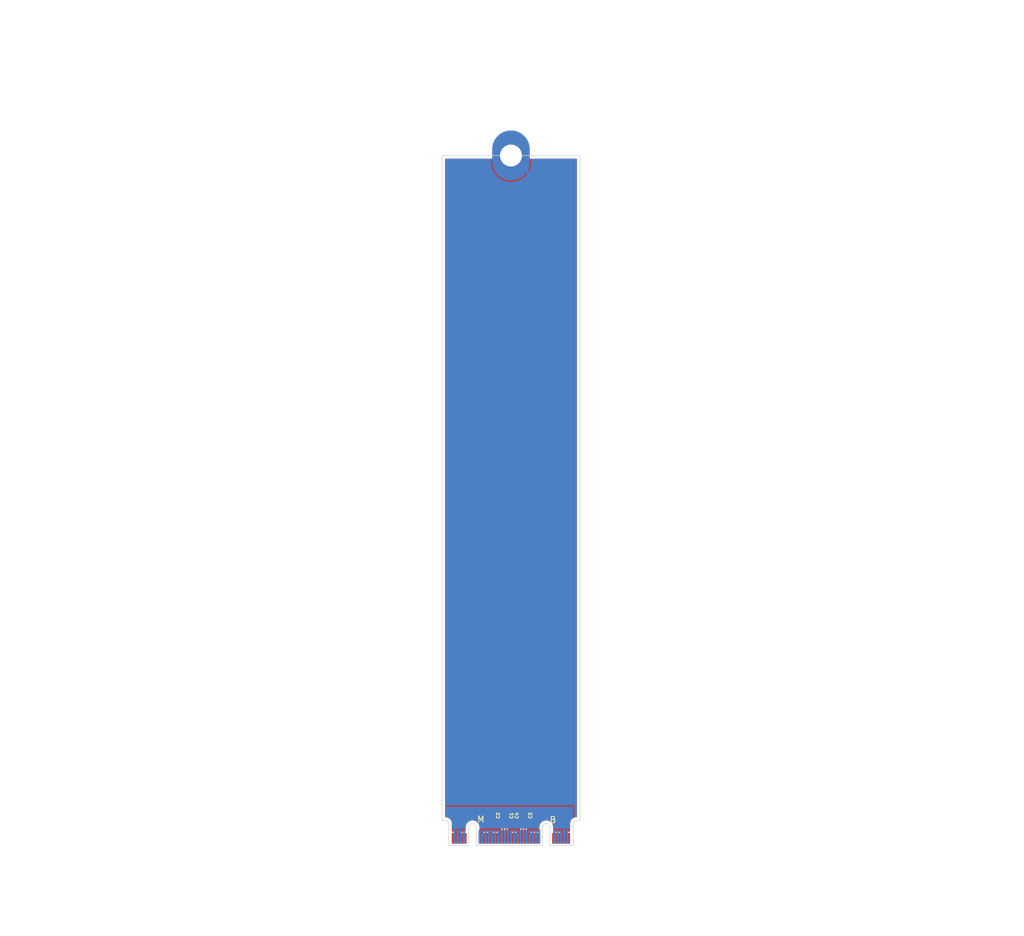
<source format=kicad_pcb>
(kicad_pcb (version 20241229) (generator "pcbnew") (generator_version "9.0")
  (layers (0 "F.Cu" signal) (2 "B.Cu" signal) (13 "F.Paste" user) (15 "B.Paste" user) (5 "F.SilkS" user "F.Silkscreen") (7 "B.SilkS" user "B.Silkscreen") (1 "F.Mask" user) (3 "B.Mask" user) (25 "Edge.Cuts" user))
  (net 0 "")
  (net 1 "/M.2 B+M Key/PET1P")
  (net 2 "/M.2 B+M Key/PET1N")
  (net 3 "/M.2 B+M Key/PET0P")
  (net 4 "/M.2 B+M Key/PET0N")
  (net 5 "/PET0+")
  (net 6 "GND")
  (net 7 "/PET0-")
  (net 8 "/PET1+")
  (net 9 "/CONFIG_3")
  (net 10 "+3.3V")
  (net 11 "/FULL_CARD_PWR_OFF#")
  (net 12 "/USB_D+")
  (net 13 "/W_DISABLE1#")
  (net 14 "/USB_D-")
  (net 15 "/GPIO_9{slash}LED#1")
  (net 16 "/GPIO_5")
  (net 17 "/CONFIG_0")
  (net 18 "/GPIO_6")
  (net 19 "/DPR")
  (net 20 "/GPIO_7")
  (net 21 "/GPIO_11")
  (net 22 "/GPIO_10")
  (net 23 "/GPIO_8")
  (net 24 "/UIM-RESET")
  (net 25 "/UIM-CLK")
  (net 26 "/UIM-DATA")
  (net 27 "/PER1-")
  (net 28 "/UIM-PWR")
  (net 29 "/PER1+")
  (net 30 "/DEVSLP")
  (net 31 "/GPIO_0")
  (net 32 "/GPIO_1")
  (net 33 "/GPIO_2")
  (net 34 "/GPIO_3")
  (net 35 "/PER0-")
  (net 36 "/GPIO_4")
  (net 37 "/PER0+")
  (net 38 "/PERST#")
  (net 39 "/CLKREQ#")
  (net 40 "/REFCLK-")
  (net 41 "/PEWAKE#")
  (net 42 "/REFCLK+")
  (net 45 "/RESET#")
  (net 46 "/SUSCLK")
  (net 47 "/CONFIG_1")
  (net 48 "/CONFIG_2")
  (net 49 "/PET1-")
  (footprint "Capacitor_SMD:C_0201_0603Metric" (layer "F.Cu") (at 109.61 154.57 90)
    (property "Reference" "C3" (at 0 0.75 90) (layer "F.SilkS") (effects (font (size 0.5 0.5))))
    (property "Value" "220nF")
    (pad "1" smd roundrect (at -0.32 0 90) (size 0.46 0.4) (layers "F.Cu" "F.Mask") (net 2 "/M.2 B+M Key/PET1N"))
    (pad "2" smd roundrect (at 0.32 0 90) (size 0.46 0.4) (layers "F.Cu" "F.Mask") (net 49 "/PET1-"))
  )
  (footprint "Athena KiCAd library:M.2 Mounting Pad" (layer "F.Cu") (at 107.26 49.34)
    (property "Reference" "H1")
    (property "Value" "MountingHole_Pad")
    (pad "1" thru_hole circle (at 0 0) (size 5.5 5.5) (drill 3.5) (property pad_prop_castellated) (layers "*.Cu" "*.Mask") (net 6 "GND") (padstack (mode front_inner_back) (layer "Inner" (shape circle) (size 5.5 5.5)) (layer "B.Cu" (shape oval) (size 6 8))))
  )
  (footprint "Capacitor_SMD:C_0201_0603Metric" (layer "F.Cu") (at 108.91 154.57 90)
    (property "Reference" "C4" (at 0 -0.71 90) (layer "F.SilkS") (effects (font (size 0.5 0.5))))
    (property "Value" "220nF")
    (pad "1" smd roundrect (at -0.32 0 90) (size 0.46 0.4) (layers "F.Cu" "F.Mask") (net 1 "/M.2 B+M Key/PET1P"))
    (pad "2" smd roundrect (at 0.32 0 90) (size 0.46 0.4) (layers "F.Cu" "F.Mask") (net 8 "/PET1+"))
  )
  (footprint "Capacitor_SMD:C_0201_0603Metric" (layer "F.Cu") (at 105.91 154.57 90)
    (property "Reference" "C2" (at 0 -0.7 90) (layer "F.SilkS") (effects (font (size 0.5 0.5))))
    (property "Value" "220nF")
    (pad "1" smd roundrect (at -0.32 0 90) (size 0.46 0.4) (layers "F.Cu" "F.Mask") (net 3 "/M.2 B+M Key/PET0P"))
    (pad "2" smd roundrect (at 0.32 0 90) (size 0.46 0.4) (layers "F.Cu" "F.Mask") (net 5 "/PET0+"))
  )
  (footprint "PCIexpress:M.2 B+M Key Connector" (layer "F.Cu") (at 107.26 158.23)
    (property "Reference" "J1")
    (property "Value" "~")
    (fp_line (start -11 -2.89) (end -10.425 -2.89) (stroke (width 0.1)) (layer "Edge.Cuts") (net 204522252))
    (fp_line (start -9.925 -2.39) (end -9.925 1.11) (stroke (width 0.1)) (layer "Edge.Cuts") (net 204522252))
    (fp_line (start -6.72 -1.79) (end -6.72 1.11) (stroke (width 0.1)) (layer "Edge.Cuts") (net 204522252))
    (fp_line (start -6.72 1.11) (end -9.925 1.11) (stroke (width 0.1)) (layer "Edge.Cuts") (net 204522252))
    (fp_line (start -5.52 -1.79) (end -5.52 1.11) (stroke (width 0.1)) (layer "Edge.Cuts") (net 204522252))
    (fp_line (start -5.52 1.11) (end 5.03 1.11) (stroke (width 0.1)) (layer "Edge.Cuts") (net 204522252))
    (fp_line (start 5.03 -1.79) (end 5.03 1.11) (stroke (width 0.1)) (layer "Edge.Cuts") (net 204522252))
    (fp_line (start 6.23 -1.79) (end 6.23 1.11) (stroke (width 0.1)) (layer "Edge.Cuts") (net 204522252))
    (fp_line (start 6.23 1.11) (end 9.925 1.11) (stroke (width 0.1)) (layer "Edge.Cuts") (net 204522252))
    (fp_line (start 9.925 -2.39) (end 9.925 1.11) (stroke (width 0.1)) (layer "Edge.Cuts") (net 204522252))
    (fp_line (start 10.425 -2.89) (end 11 -2.89) (stroke (width 0.1)) (layer "Edge.Cuts") (net 204522252))
    (fp_arc (start -10.425 -2.89) (mid -10.071447 -2.743553) (end -9.925 -2.39) (stroke (width 0.1)) (layer "Edge.Cuts") (net 204522252))
    (fp_arc (start -6.72 -1.79) (mid -6.12 -2.39) (end -5.52 -1.79) (stroke (width 0.1)) (layer "Edge.Cuts") (net 204522252))
    (fp_arc (start 5.03 -1.79) (mid 5.63 -2.39) (end 6.23 -1.79) (stroke (width 0.1)) (layer "Edge.Cuts") (net 204522252))
    (fp_arc (start 9.925 -2.39) (mid 10.071447 -2.743553) (end 10.425 -2.89) (stroke (width 0.1)) (layer "Edge.Cuts") (net 204522252))
    (fp_text user "M" (at -5.475 -2.49 0) (layer "F.SilkS") (effects (justify left bottom)))
    (fp_text user "B" (at 6.085 -2.395 0) (layer "F.SilkS") (effects (justify left bottom)))
    (pad "1" smd rect (at 9.25 -0.04 180) (size 0.35 1.7) (layers "F.Cu") (net 9 "/CONFIG_3"))
    (pad "2" smd rect (at 9 -0.29 180) (size 0.35 2.2) (layers "B.Cu") (net 10 "+3.3V"))
    (pad "3" smd rect (at 8.75 -0.04 180) (size 0.35 1.7) (layers "F.Cu") (net 6 "GND"))
    (pad "4" smd rect (at 8.5 -0.29 180) (size 0.35 2.2) (layers "B.Cu") (net 10 "+3.3V"))
    (pad "5" smd rect (at 8.25 -0.04 180) (size 0.35 1.7) (layers "F.Cu") (net 6 "GND"))
    (pad "6" smd rect (at 8 -0.29 180) (size 0.35 2.2) (layers "B.Cu") (net 11 "/FULL_CARD_PWR_OFF#"))
    (pad "7" smd rect (at 7.75 -0.04 180) (size 0.35 1.7) (layers "F.Cu") (net 12 "/USB_D+"))
    (pad "8" smd rect (at 7.5 -0.29 180) (size 0.35 2.2) (layers "B.Cu") (net 13 "/W_DISABLE1#"))
    (pad "9" smd rect (at 7.25 -0.04 180) (size 0.35 1.7) (layers "F.Cu") (net 14 "/USB_D-"))
    (pad "10" smd rect (at 7 -0.29 180) (size 0.35 2.2) (layers "B.Cu") (net 15 "/GPIO_9{slash}LED#1"))
    (pad "11" smd rect (at 6.75 -0.04 180) (size 0.35 1.7) (layers "F.Cu") (net 6 "GND"))
    (pad "20" smd rect (at 4.5 -0.29 180) (size 0.35 2.2) (layers "B.Cu") (net 16 "/GPIO_5"))
    (pad "21" smd rect (at 4.25 -0.04 180) (size 0.35 1.7) (layers "F.Cu") (net 17 "/CONFIG_0"))
    (pad "22" smd rect (at 4 -0.29 180) (size 0.35 2.2) (layers "B.Cu") (net 18 "/GPIO_6"))
    (pad "23" smd rect (at 3.75 -0.04 180) (size 0.35 1.7) (layers "F.Cu") (net 19 "/DPR"))
    (pad "24" smd rect (at 3.5 -0.29 180) (size 0.35 2.2) (layers "B.Cu") (net 20 "/GPIO_7"))
    (pad "25" smd rect (at 3.25 -0.04 180) (size 0.35 1.7) (layers "F.Cu") (net 21 "/GPIO_11"))
    (pad "26" smd rect (at 3 -0.29 180) (size 0.35 2.2) (layers "B.Cu") (net 22 "/GPIO_10"))
    (pad "27" smd rect (at 2.75 -0.04 180) (size 0.35 1.7) (layers "F.Cu") (net 6 "GND"))
    (pad "28" smd rect (at 2.5 -0.29 180) (size 0.35 2.2) (layers "B.Cu") (net 23 "/GPIO_8"))
    (pad "29" smd rect (at 2.25 -0.04 180) (size 0.35 1.7) (layers "F.Cu") (net 2 "/M.2 B+M Key/PET1N"))
    (pad "30" smd rect (at 2 -0.29 180) (size 0.35 2.2) (layers "B.Cu") (net 24 "/UIM-RESET"))
    (pad "31" smd rect (at 1.75 -0.04 180) (size 0.35 1.7) (layers "F.Cu") (net 1 "/M.2 B+M Key/PET1P"))
    (pad "32" smd rect (at 1.5 -0.29 180) (size 0.35 2.2) (layers "B.Cu") (net 25 "/UIM-CLK"))
    (pad "33" smd rect (at 1.25 -0.04 180) (size 0.35 1.7) (layers "F.Cu") (net 6 "GND"))
    (pad "34" smd rect (at 1 -0.29 180) (size 0.35 2.2) (layers "B.Cu") (net 26 "/UIM-DATA"))
    (pad "35" smd rect (at 0.75 -0.04 180) (size 0.35 1.7) (layers "F.Cu") (net 27 "/PER1-"))
    (pad "36" smd rect (at 0.5 -0.29 180) (size 0.35 2.2) (layers "B.Cu") (net 28 "/UIM-PWR"))
    (pad "37" smd rect (at 0.25 -0.04 180) (size 0.35 1.7) (layers "F.Cu") (net 29 "/PER1+"))
    (pad "38" smd rect (at 0 -0.29 180) (size 0.35 2.2) (layers "B.Cu") (net 30 "/DEVSLP"))
    (pad "39" smd rect (at -0.25 -0.04 180) (size 0.35 1.7) (layers "F.Cu") (net 6 "GND"))
    (pad "40" smd rect (at -0.5 -0.29 180) (size 0.35 2.2) (layers "B.Cu") (net 31 "/GPIO_0"))
    (pad "41" smd rect (at -0.75 -0.04 180) (size 0.35 1.7) (layers "F.Cu") (net 4 "/M.2 B+M Key/PET0N"))
    (pad "42" smd rect (at -1 -0.29 180) (size 0.35 2.2) (layers "B.Cu") (net 32 "/GPIO_1"))
    (pad "43" smd rect (at -1.25 -0.04 180) (size 0.35 1.7) (layers "F.Cu") (net 3 "/M.2 B+M Key/PET0P"))
    (pad "44" smd rect (at -1.5 -0.29 180) (size 0.35 2.2) (layers "B.Cu") (net 33 "/GPIO_2"))
    (pad "45" smd rect (at -1.75 -0.04 180) (size 0.35 1.7) (layers "F.Cu") (net 6 "GND"))
    (pad "46" smd rect (at -2 -0.29 180) (size 0.35 2.2) (layers "B.Cu") (net 34 "/GPIO_3"))
    (pad "47" smd rect (at -2.25 -0.04 180) (size 0.35 1.7) (layers "F.Cu") (net 35 "/PER0-"))
    (pad "48" smd rect (at -2.5 -0.29 180) (size 0.35 2.2) (layers "B.Cu") (net 36 "/GPIO_4"))
    (pad "49" smd rect (at -2.75 -0.04 180) (size 0.35 1.7) (layers "F.Cu") (net 37 "/PER0+"))
    (pad "50" smd rect (at -3 -0.29 180) (size 0.35 2.2) (layers "B.Cu") (net 38 "/PERST#"))
    (pad "51" smd rect (at -3.25 -0.04 180) (size 0.35 1.7) (layers "F.Cu") (net 6 "GND"))
    (pad "52" smd rect (at -3.5 -0.29 180) (size 0.35 2.2) (layers "B.Cu") (net 39 "/CLKREQ#"))
    (pad "53" smd rect (at -3.75 -0.04 180) (size 0.35 1.7) (layers "F.Cu") (net 40 "/REFCLK-"))
    (pad "54" smd rect (at -4 -0.29 180) (size 0.35 2.2) (layers "B.Cu") (net 41 "/PEWAKE#"))
    (pad "55" smd rect (at -4.25 -0.04 180) (size 0.35 1.7) (layers "F.Cu") (net 42 "/REFCLK+"))
    (pad "56" smd rect (at -4.5 -0.29 180) (size 0.35 2.2) (layers "B.Cu"))
    (pad "57" smd rect (at -4.75 -0.04 180) (size 0.35 1.7) (layers "F.Cu") (net 6 "GND"))
    (pad "58" smd rect (at -5 -0.29 180) (size 0.35 2.2) (layers "B.Cu"))
    (pad "67" smd rect (at -7.25 -0.04 180) (size 0.35 1.7) (layers "F.Cu") (net 45 "/RESET#"))
    (pad "68" smd rect (at -7.5 -0.29 180) (size 0.35 2.2) (layers "B.Cu") (net 46 "/SUSCLK"))
    (pad "69" smd rect (at -7.75 -0.04 180) (size 0.35 1.7) (layers "F.Cu") (net 47 "/CONFIG_1"))
    (pad "70" smd rect (at -8 -0.29 180) (size 0.35 2.2) (layers "B.Cu") (net 10 "+3.3V"))
    (pad "71" smd rect (at -8.25 -0.04 180) (size 0.35 1.7) (layers "F.Cu") (net 6 "GND"))
    (pad "72" smd rect (at -8.5 -0.29 180) (size 0.35 2.2) (layers "B.Cu") (net 10 "+3.3V"))
    (pad "73" smd rect (at -8.75 -0.04 180) (size 0.35 1.7) (layers "F.Cu") (net 6 "GND"))
    (pad "74" smd rect (at -9 -0.29 180) (size 0.35 2.2) (layers "B.Cu") (net 10 "+3.3V"))
    (pad "75" smd rect (at -9.25 -0.04 180) (size 0.35 1.7) (layers "F.Cu") (net 48 "/CONFIG_2"))
  )
  (footprint "Capacitor_SMD:C_0201_0603Metric" (layer "F.Cu") (at 106.61 154.57 90)
    (property "Reference" "C1" (at 0 0.73 90) (layer "F.SilkS") (effects (font (size 0.5 0.5))))
    (property "Value" "220nF")
    (pad "1" smd roundrect (at -0.32 0 90) (size 0.46 0.4) (layers "F.Cu" "F.Mask") (net 4 "/M.2 B+M Key/PET0N"))
    (pad "2" smd roundrect (at 0.32 0 90) (size 0.46 0.4) (layers "F.Cu" "F.Mask") (net 7 "/PET0-"))
  )
  (gr_line (start 118.26 155.34) (end 118.26 49.34) (stroke (width 0.1)) (layer "Edge.Cuts"))
  (gr_line (start 96.26 49.34) (end 96.26 155.34) (stroke (width 0.1)) (layer "Edge.Cuts"))
  (gr_line (start 118.26 49.34) (end 96.26 49.34) (stroke (width 0.1)) (layer "Edge.Cuts"))
  (segment (start 109.035 156.889999) (end 109.035 155.360001) (width 0.2) (layer "F.Cu") (net 1))
  (segment (start 109.035 155.360001) (end 108.91 155.235001) (width 0.2) (layer "F.Cu") (net 1))
  (segment (start 109.01 156.914999) (end 109.035 156.889999) (width 0.2) (layer "F.Cu") (net 1))
  (segment (start 108.91 155.235001) (end 108.91 154.89) (width 0.2) (layer "F.Cu") (net 1))
  (segment (start 109.01 158.19) (end 109.01 156.914999) (width 0.2) (layer "F.Cu") (net 1))
  (segment (start 109.61 155.235001) (end 109.61 154.89) (width 0.2) (layer "F.Cu") (net 2))
  (segment (start 109.51 158.19) (end 109.51 156.914999) (width 0.2) (layer "F.Cu") (net 2))
  (segment (start 109.485 156.889999) (end 109.485 155.360001) (width 0.2) (layer "F.Cu") (net 2))
  (segment (start 109.485 155.360001) (end 109.61 155.235001) (width 0.2) (layer "F.Cu") (net 2))
  (segment (start 109.51 156.914999) (end 109.485 156.889999) (width 0.2) (layer "F.Cu") (net 2))
  (segment (start 105.91 155.235001) (end 105.91 154.89) (width 0.2) (layer "F.Cu") (net 3))
  (segment (start 106.01 156.914999) (end 106.035 156.889999) (width 0.2) (layer "F.Cu") (net 3))
  (segment (start 106.035 156.889999) (end 106.035 155.360001) (width 0.2) (layer "F.Cu") (net 3))
  (segment (start 106.01 158.19) (end 106.01 156.914999) (width 0.2) (layer "F.Cu") (net 3))
  (segment (start 106.035 155.360001) (end 105.91 155.235001) (width 0.2) (layer "F.Cu") (net 3))
  (segment (start 106.61 155.235001) (end 106.61 154.89) (width 0.2) (layer "F.Cu") (net 4))
  (segment (start 106.51 158.19) (end 106.51 156.914999) (width 0.2) (layer "F.Cu") (net 4))
  (segment (start 106.51 156.914999) (end 106.485 156.889999) (width 0.2) (layer "F.Cu") (net 4))
  (segment (start 106.485 155.360001) (end 106.61 155.235001) (width 0.2) (layer "F.Cu") (net 4))
  (segment (start 106.485 156.889999) (end 106.485 155.360001) (width 0.2) (layer "F.Cu") (net 4))
  (zone (net 6) (net_name "GND") (layers "F.Cu" "B.Cu") (connect_pads (clearance 0.2)) (min_thickness 0.15) (fill yes (thermal_gap 0.2) (thermal_bridge_width 0.5))
    (polygon (pts (xy 122.26 157.73) (xy 122.26 49.34) (xy 92.26 49.34) (xy 92.26 157.73)))
  )
  (zone (net 10) (net_name "+3.3V") (layer "B.Cu") (priority 1) (connect_pads (clearance 0.2)) (min_thickness 0.1) (fill yes (thermal_gap 0.2) (thermal_bridge_width 0.25))
    (polygon (pts (xy 117.18 157.52) (xy 117.18 153.155) (xy 117.165 153.14) (xy 96.71 153.14) (xy 96.71 157.77) (xy 116.93 157.77)))
  )
)
</source>
